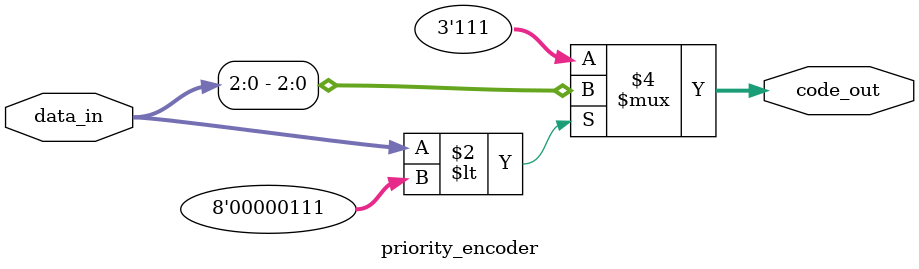
<source format=v>
`timescale 1ns / 1ps

module priority_encoder #(
    parameter    INPUT_WIDTH  = 8,
    parameter    OUTPUT_WIDTH = 3
)
(
 input [INPUT_WIDTH - 1 :0]         data_in,
 output reg [OUTPUT_WIDTH - 1 :0]   code_out
);

always @(data_in) begin
    if (data_in < 8'b00000111)
        code_out <= (data_in);
    else
        code_out <= 3'b111;
end
 
 endmodule // priority_encoder

</source>
